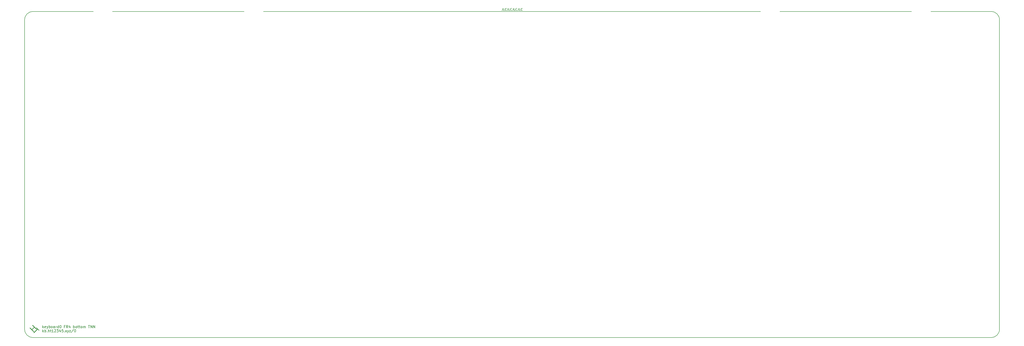
<source format=gto>
%TF.GenerationSoftware,KiCad,Pcbnew,(6.0.0)*%
%TF.CreationDate,2022-03-05T22:59:03-05:00*%
%TF.ProjectId,custom_keyboard plate v3 bottom,63757374-6f6d-45f6-9b65-79626f617264,rev?*%
%TF.SameCoordinates,Original*%
%TF.FileFunction,Legend,Top*%
%TF.FilePolarity,Positive*%
%FSLAX46Y46*%
G04 Gerber Fmt 4.6, Leading zero omitted, Abs format (unit mm)*
G04 Created by KiCad (PCBNEW (6.0.0)) date 2022-03-05 22:59:03*
%MOMM*%
%LPD*%
G01*
G04 APERTURE LIST*
%ADD10C,0.200000*%
%ADD11C,0.150000*%
%ADD12C,3.200000*%
%ADD13C,2.500000*%
%ADD14C,2.200000*%
G04 APERTURE END LIST*
D10*
X397643700Y-207155700D02*
G75*
G03*
X400818500Y-203980900I1J3174799D01*
G01*
X374124200Y-80163700D02*
X397643700Y-80163700D01*
D11*
X114374200Y-80163700D02*
X307874200Y-80163700D01*
D10*
X397643700Y-207155700D02*
X24604700Y-207155699D01*
D11*
X315374200Y-80163700D02*
X366624200Y-80163700D01*
X55624200Y-80163700D02*
X106874200Y-80163700D01*
D10*
X400818500Y-83338500D02*
G75*
G03*
X397643700Y-80163700I-3174799J1D01*
G01*
X24604701Y-80163700D02*
G75*
G03*
X21429901Y-83338500I-1J-3174799D01*
G01*
X400818500Y-203980900D02*
X400818500Y-83338500D01*
X24604701Y-80163700D02*
X48124200Y-80163700D01*
X21429901Y-83338500D02*
X21429901Y-203980900D01*
X21429900Y-203980899D02*
G75*
G03*
X24604700Y-207155699I3174799J-1D01*
G01*
D11*
X28459795Y-205020680D02*
X28459795Y-204020680D01*
X28555033Y-204639728D02*
X28840747Y-205020680D01*
X28840747Y-204354014D02*
X28459795Y-204734966D01*
X29269319Y-205020680D02*
X29269319Y-204020680D01*
X29269319Y-204401633D02*
X29364557Y-204354014D01*
X29555033Y-204354014D01*
X29650271Y-204401633D01*
X29697890Y-204449252D01*
X29745509Y-204544490D01*
X29745509Y-204830204D01*
X29697890Y-204925442D01*
X29650271Y-204973061D01*
X29555033Y-205020680D01*
X29364557Y-205020680D01*
X29269319Y-204973061D01*
X30174080Y-204925442D02*
X30221700Y-204973061D01*
X30174080Y-205020680D01*
X30126461Y-204973061D01*
X30174080Y-204925442D01*
X30174080Y-205020680D01*
X30650271Y-205020680D02*
X30650271Y-204020680D01*
X31078842Y-205020680D02*
X31078842Y-204496871D01*
X31031223Y-204401633D01*
X30935985Y-204354014D01*
X30793128Y-204354014D01*
X30697890Y-204401633D01*
X30650271Y-204449252D01*
X31412176Y-204354014D02*
X31793128Y-204354014D01*
X31555033Y-204020680D02*
X31555033Y-204877823D01*
X31602652Y-204973061D01*
X31697890Y-205020680D01*
X31793128Y-205020680D01*
X32650271Y-205020680D02*
X32078842Y-205020680D01*
X32364557Y-205020680D02*
X32364557Y-204020680D01*
X32269319Y-204163538D01*
X32174080Y-204258776D01*
X32078842Y-204306395D01*
X33031223Y-204115919D02*
X33078842Y-204068300D01*
X33174080Y-204020680D01*
X33412176Y-204020680D01*
X33507414Y-204068300D01*
X33555033Y-204115919D01*
X33602652Y-204211157D01*
X33602652Y-204306395D01*
X33555033Y-204449252D01*
X32983604Y-205020680D01*
X33602652Y-205020680D01*
X33935985Y-204020680D02*
X34555033Y-204020680D01*
X34221700Y-204401633D01*
X34364557Y-204401633D01*
X34459795Y-204449252D01*
X34507414Y-204496871D01*
X34555033Y-204592109D01*
X34555033Y-204830204D01*
X34507414Y-204925442D01*
X34459795Y-204973061D01*
X34364557Y-205020680D01*
X34078842Y-205020680D01*
X33983604Y-204973061D01*
X33935985Y-204925442D01*
X35412176Y-204354014D02*
X35412176Y-205020680D01*
X35174080Y-203973061D02*
X34935985Y-204687347D01*
X35555033Y-204687347D01*
X36412176Y-204020680D02*
X35935985Y-204020680D01*
X35888366Y-204496871D01*
X35935985Y-204449252D01*
X36031223Y-204401633D01*
X36269319Y-204401633D01*
X36364557Y-204449252D01*
X36412176Y-204496871D01*
X36459795Y-204592109D01*
X36459795Y-204830204D01*
X36412176Y-204925442D01*
X36364557Y-204973061D01*
X36269319Y-205020680D01*
X36031223Y-205020680D01*
X35935985Y-204973061D01*
X35888366Y-204925442D01*
X36888366Y-204925442D02*
X36935985Y-204973061D01*
X36888366Y-205020680D01*
X36840747Y-204973061D01*
X36888366Y-204925442D01*
X36888366Y-205020680D01*
X37269319Y-205020680D02*
X37793128Y-204354014D01*
X37269319Y-204354014D02*
X37793128Y-205020680D01*
X38078842Y-204354014D02*
X38316938Y-205020680D01*
X38555033Y-204354014D02*
X38316938Y-205020680D01*
X38221700Y-205258776D01*
X38174080Y-205306395D01*
X38078842Y-205354014D01*
X38840747Y-204354014D02*
X39364557Y-204354014D01*
X38840747Y-205020680D01*
X39364557Y-205020680D01*
X40459795Y-203973061D02*
X39602652Y-205258776D01*
X40983604Y-204020680D02*
X41078842Y-204020680D01*
X41174080Y-204068300D01*
X41221700Y-204115919D01*
X41269319Y-204211157D01*
X41316938Y-204401633D01*
X41316938Y-204639728D01*
X41269319Y-204830204D01*
X41221700Y-204925442D01*
X41174080Y-204973061D01*
X41078842Y-205020680D01*
X40983604Y-205020680D01*
X40888366Y-204973061D01*
X40840747Y-204925442D01*
X40793128Y-204830204D01*
X40745509Y-204639728D01*
X40745509Y-204401633D01*
X40793128Y-204211157D01*
X40840747Y-204115919D01*
X40888366Y-204068300D01*
X40983604Y-204020680D01*
X207428961Y-78931904D02*
X207428961Y-79503333D01*
X207390866Y-79617619D01*
X207314676Y-79693809D01*
X207200390Y-79731904D01*
X207124200Y-79731904D01*
X208190866Y-79731904D02*
X207809914Y-79731904D01*
X207809914Y-78931904D01*
X208914676Y-79655714D02*
X208876580Y-79693809D01*
X208762295Y-79731904D01*
X208686104Y-79731904D01*
X208571819Y-79693809D01*
X208495628Y-79617619D01*
X208457533Y-79541428D01*
X208419438Y-79389047D01*
X208419438Y-79274761D01*
X208457533Y-79122380D01*
X208495628Y-79046190D01*
X208571819Y-78970000D01*
X208686104Y-78931904D01*
X208762295Y-78931904D01*
X208876580Y-78970000D01*
X208914676Y-79008095D01*
X209486104Y-78931904D02*
X209486104Y-79503333D01*
X209448009Y-79617619D01*
X209371819Y-79693809D01*
X209257533Y-79731904D01*
X209181342Y-79731904D01*
X210248009Y-79731904D02*
X209867057Y-79731904D01*
X209867057Y-78931904D01*
X210971819Y-79655714D02*
X210933723Y-79693809D01*
X210819438Y-79731904D01*
X210743247Y-79731904D01*
X210628961Y-79693809D01*
X210552771Y-79617619D01*
X210514676Y-79541428D01*
X210476580Y-79389047D01*
X210476580Y-79274761D01*
X210514676Y-79122380D01*
X210552771Y-79046190D01*
X210628961Y-78970000D01*
X210743247Y-78931904D01*
X210819438Y-78931904D01*
X210933723Y-78970000D01*
X210971819Y-79008095D01*
X211543247Y-78931904D02*
X211543247Y-79503333D01*
X211505152Y-79617619D01*
X211428961Y-79693809D01*
X211314676Y-79731904D01*
X211238485Y-79731904D01*
X212305152Y-79731904D02*
X211924200Y-79731904D01*
X211924200Y-78931904D01*
X213028961Y-79655714D02*
X212990866Y-79693809D01*
X212876580Y-79731904D01*
X212800390Y-79731904D01*
X212686104Y-79693809D01*
X212609914Y-79617619D01*
X212571819Y-79541428D01*
X212533723Y-79389047D01*
X212533723Y-79274761D01*
X212571819Y-79122380D01*
X212609914Y-79046190D01*
X212686104Y-78970000D01*
X212800390Y-78931904D01*
X212876580Y-78931904D01*
X212990866Y-78970000D01*
X213028961Y-79008095D01*
X213600390Y-78931904D02*
X213600390Y-79503333D01*
X213562295Y-79617619D01*
X213486104Y-79693809D01*
X213371819Y-79731904D01*
X213295628Y-79731904D01*
X214362295Y-79731904D02*
X213981342Y-79731904D01*
X213981342Y-78931904D01*
X215086104Y-79655714D02*
X215048009Y-79693809D01*
X214933723Y-79731904D01*
X214857533Y-79731904D01*
X214743247Y-79693809D01*
X214667057Y-79617619D01*
X214628961Y-79541428D01*
X214590866Y-79389047D01*
X214590866Y-79274761D01*
X214628961Y-79122380D01*
X214667057Y-79046190D01*
X214743247Y-78970000D01*
X214857533Y-78931904D01*
X214933723Y-78931904D01*
X215048009Y-78970000D01*
X215086104Y-79008095D01*
X28459795Y-203433280D02*
X28459795Y-202433280D01*
X28555033Y-203052328D02*
X28840747Y-203433280D01*
X28840747Y-202766614D02*
X28459795Y-203147566D01*
X29650271Y-203385661D02*
X29555033Y-203433280D01*
X29364557Y-203433280D01*
X29269319Y-203385661D01*
X29221700Y-203290423D01*
X29221700Y-202909471D01*
X29269319Y-202814233D01*
X29364557Y-202766614D01*
X29555033Y-202766614D01*
X29650271Y-202814233D01*
X29697890Y-202909471D01*
X29697890Y-203004709D01*
X29221700Y-203099947D01*
X30031223Y-202766614D02*
X30269319Y-203433280D01*
X30507414Y-202766614D02*
X30269319Y-203433280D01*
X30174080Y-203671376D01*
X30126461Y-203718995D01*
X30031223Y-203766614D01*
X30888366Y-203433280D02*
X30888366Y-202433280D01*
X30888366Y-202814233D02*
X30983604Y-202766614D01*
X31174080Y-202766614D01*
X31269319Y-202814233D01*
X31316938Y-202861852D01*
X31364557Y-202957090D01*
X31364557Y-203242804D01*
X31316938Y-203338042D01*
X31269319Y-203385661D01*
X31174080Y-203433280D01*
X30983604Y-203433280D01*
X30888366Y-203385661D01*
X31935985Y-203433280D02*
X31840747Y-203385661D01*
X31793128Y-203338042D01*
X31745509Y-203242804D01*
X31745509Y-202957090D01*
X31793128Y-202861852D01*
X31840747Y-202814233D01*
X31935985Y-202766614D01*
X32078842Y-202766614D01*
X32174080Y-202814233D01*
X32221700Y-202861852D01*
X32269319Y-202957090D01*
X32269319Y-203242804D01*
X32221700Y-203338042D01*
X32174080Y-203385661D01*
X32078842Y-203433280D01*
X31935985Y-203433280D01*
X33126461Y-203433280D02*
X33126461Y-202909471D01*
X33078842Y-202814233D01*
X32983604Y-202766614D01*
X32793128Y-202766614D01*
X32697890Y-202814233D01*
X33126461Y-203385661D02*
X33031223Y-203433280D01*
X32793128Y-203433280D01*
X32697890Y-203385661D01*
X32650271Y-203290423D01*
X32650271Y-203195185D01*
X32697890Y-203099947D01*
X32793128Y-203052328D01*
X33031223Y-203052328D01*
X33126461Y-203004709D01*
X33602652Y-203433280D02*
X33602652Y-202766614D01*
X33602652Y-202957090D02*
X33650271Y-202861852D01*
X33697890Y-202814233D01*
X33793128Y-202766614D01*
X33888366Y-202766614D01*
X34650271Y-203433280D02*
X34650271Y-202433280D01*
X34650271Y-203385661D02*
X34555033Y-203433280D01*
X34364557Y-203433280D01*
X34269319Y-203385661D01*
X34221700Y-203338042D01*
X34174080Y-203242804D01*
X34174080Y-202957090D01*
X34221700Y-202861852D01*
X34269319Y-202814233D01*
X34364557Y-202766614D01*
X34555033Y-202766614D01*
X34650271Y-202814233D01*
X35316938Y-202433280D02*
X35412176Y-202433280D01*
X35507414Y-202480900D01*
X35555033Y-202528519D01*
X35602652Y-202623757D01*
X35650271Y-202814233D01*
X35650271Y-203052328D01*
X35602652Y-203242804D01*
X35555033Y-203338042D01*
X35507414Y-203385661D01*
X35412176Y-203433280D01*
X35316938Y-203433280D01*
X35221700Y-203385661D01*
X35174080Y-203338042D01*
X35126461Y-203242804D01*
X35078842Y-203052328D01*
X35078842Y-202814233D01*
X35126461Y-202623757D01*
X35174080Y-202528519D01*
X35221700Y-202480900D01*
X35316938Y-202433280D01*
X37174080Y-202909471D02*
X36840747Y-202909471D01*
X36840747Y-203433280D02*
X36840747Y-202433280D01*
X37316938Y-202433280D01*
X38269319Y-203433280D02*
X37935985Y-202957090D01*
X37697890Y-203433280D02*
X37697890Y-202433280D01*
X38078842Y-202433280D01*
X38174080Y-202480900D01*
X38221700Y-202528519D01*
X38269319Y-202623757D01*
X38269319Y-202766614D01*
X38221700Y-202861852D01*
X38174080Y-202909471D01*
X38078842Y-202957090D01*
X37697890Y-202957090D01*
X39126461Y-202766614D02*
X39126461Y-203433280D01*
X38888366Y-202385661D02*
X38650271Y-203099947D01*
X39269319Y-203099947D01*
X40412176Y-203433280D02*
X40412176Y-202433280D01*
X40412176Y-202814233D02*
X40507414Y-202766614D01*
X40697890Y-202766614D01*
X40793128Y-202814233D01*
X40840747Y-202861852D01*
X40888366Y-202957090D01*
X40888366Y-203242804D01*
X40840747Y-203338042D01*
X40793128Y-203385661D01*
X40697890Y-203433280D01*
X40507414Y-203433280D01*
X40412176Y-203385661D01*
X41459795Y-203433280D02*
X41364557Y-203385661D01*
X41316938Y-203338042D01*
X41269319Y-203242804D01*
X41269319Y-202957090D01*
X41316938Y-202861852D01*
X41364557Y-202814233D01*
X41459795Y-202766614D01*
X41602652Y-202766614D01*
X41697890Y-202814233D01*
X41745509Y-202861852D01*
X41793128Y-202957090D01*
X41793128Y-203242804D01*
X41745509Y-203338042D01*
X41697890Y-203385661D01*
X41602652Y-203433280D01*
X41459795Y-203433280D01*
X42078842Y-202766614D02*
X42459795Y-202766614D01*
X42221700Y-202433280D02*
X42221700Y-203290423D01*
X42269319Y-203385661D01*
X42364557Y-203433280D01*
X42459795Y-203433280D01*
X42650271Y-202766614D02*
X43031223Y-202766614D01*
X42793128Y-202433280D02*
X42793128Y-203290423D01*
X42840747Y-203385661D01*
X42935985Y-203433280D01*
X43031223Y-203433280D01*
X43507414Y-203433280D02*
X43412176Y-203385661D01*
X43364557Y-203338042D01*
X43316938Y-203242804D01*
X43316938Y-202957090D01*
X43364557Y-202861852D01*
X43412176Y-202814233D01*
X43507414Y-202766614D01*
X43650271Y-202766614D01*
X43745509Y-202814233D01*
X43793128Y-202861852D01*
X43840747Y-202957090D01*
X43840747Y-203242804D01*
X43793128Y-203338042D01*
X43745509Y-203385661D01*
X43650271Y-203433280D01*
X43507414Y-203433280D01*
X44269319Y-203433280D02*
X44269319Y-202766614D01*
X44269319Y-202861852D02*
X44316938Y-202814233D01*
X44412176Y-202766614D01*
X44555033Y-202766614D01*
X44650271Y-202814233D01*
X44697890Y-202909471D01*
X44697890Y-203433280D01*
X44697890Y-202909471D02*
X44745509Y-202814233D01*
X44840747Y-202766614D01*
X44983604Y-202766614D01*
X45078842Y-202814233D01*
X45126461Y-202909471D01*
X45126461Y-203433280D01*
X46221700Y-202433280D02*
X46793128Y-202433280D01*
X46507414Y-203433280D02*
X46507414Y-202433280D01*
X47126461Y-203433280D02*
X47126461Y-202433280D01*
X47697890Y-203433280D01*
X47697890Y-202433280D01*
X48174080Y-203433280D02*
X48174080Y-202433280D01*
X48745509Y-203433280D01*
X48745509Y-202433280D01*
%TO.C,logo_small*%
G36*
X26183606Y-203818400D02*
G01*
X25973263Y-204023452D01*
X25243013Y-203290556D01*
X24438679Y-204092244D01*
X25171575Y-204825140D01*
X24967846Y-205034160D01*
X23380346Y-203446660D01*
X23586721Y-203244254D01*
X24269346Y-203928202D01*
X25072356Y-203123869D01*
X24388408Y-202438598D01*
X24596106Y-202230900D01*
X26183606Y-203818400D01*
G37*
G36*
X27124200Y-204303910D02*
G01*
X26958835Y-204467952D01*
X26514335Y-204022129D01*
X25100138Y-205444265D01*
X24895085Y-205237890D01*
X26314575Y-203817077D01*
X25867429Y-203369931D01*
X26026179Y-203204567D01*
X27124200Y-204303910D01*
G37*
%TD*%
%LPC*%
D12*
%TO.C,M3*%
X196624200Y-76195200D03*
%TD*%
%TO.C,M3*%
X17461400Y-211124200D03*
%TD*%
D13*
%TO.C,M2.5*%
X271124200Y-95413700D03*
%TD*%
D12*
%TO.C,M3*%
X157624200Y-76195200D03*
%TD*%
D13*
%TO.C,M2.5*%
X94124200Y-83413700D03*
%TD*%
D12*
%TO.C,M3*%
X301606000Y-76195200D03*
%TD*%
D13*
%TO.C,M2.5*%
X151124200Y-83413700D03*
%TD*%
D12*
%TO.C,M3*%
X404787000Y-76195200D03*
%TD*%
D13*
%TO.C,M2.5*%
X197124200Y-83413700D03*
%TD*%
D12*
%TO.C,M3*%
X358124200Y-76195200D03*
%TD*%
D13*
%TO.C,M2.5*%
X94124200Y-95413700D03*
%TD*%
%TO.C,M2.5*%
X397568500Y-104132200D03*
%TD*%
D14*
%TO.C,M2*%
X218124200Y-82413700D03*
%TD*%
D13*
%TO.C,M2.5*%
X225124200Y-83413700D03*
%TD*%
%TO.C,M2.5*%
X197124200Y-115413700D03*
%TD*%
%TO.C,M2.5*%
X352124200Y-83413700D03*
%TD*%
%TO.C,M2.5*%
X127124200Y-83413700D03*
%TD*%
D12*
%TO.C,M3*%
X120624200Y-211124200D03*
%TD*%
D13*
%TO.C,M2.5*%
X70124200Y-95413700D03*
%TD*%
D12*
%TO.C,M3*%
X17398400Y-134632200D03*
%TD*%
D13*
%TO.C,M2.5*%
X238124200Y-83413700D03*
%TD*%
%TO.C,M2.5*%
X36679901Y-104132200D03*
%TD*%
%TO.C,M2.5*%
X24679901Y-128132200D03*
%TD*%
D14*
%TO.C,M2*%
X204124200Y-82413700D03*
%TD*%
D13*
%TO.C,M2.5*%
X328124200Y-95413700D03*
%TD*%
D14*
%TO.C,M2*%
X218124200Y-94913700D03*
%TD*%
D13*
%TO.C,M2.5*%
X238124200Y-115413700D03*
%TD*%
D12*
%TO.C,M3*%
X404787000Y-211124200D03*
%TD*%
%TO.C,M3*%
X120642400Y-76195200D03*
%TD*%
D13*
%TO.C,M2.5*%
X70124200Y-83413700D03*
%TD*%
D12*
%TO.C,M3*%
X100624200Y-76195200D03*
%TD*%
%TO.C,M3*%
X264624200Y-76195200D03*
%TD*%
D13*
%TO.C,M2.5*%
X151124200Y-95413700D03*
%TD*%
D12*
%TO.C,M3*%
X404787000Y-134632200D03*
%TD*%
D13*
%TO.C,M2.5*%
X295124200Y-95413700D03*
%TD*%
%TO.C,M2.5*%
X328124200Y-83413700D03*
%TD*%
D12*
%TO.C,M3*%
X17461400Y-76195200D03*
%TD*%
D13*
%TO.C,M2.5*%
X24679901Y-104132200D03*
%TD*%
D12*
%TO.C,M3*%
X225624200Y-76195200D03*
%TD*%
D13*
%TO.C,M2.5*%
X36679901Y-128132200D03*
%TD*%
%TO.C,M2.5*%
X271124200Y-83413700D03*
%TD*%
%TO.C,M2.5*%
X184124200Y-115413700D03*
%TD*%
D12*
%TO.C,M3*%
X64124200Y-76195200D03*
%TD*%
%TO.C,M3*%
X404787000Y-97625100D03*
%TD*%
D13*
%TO.C,M2.5*%
X385568500Y-104132200D03*
%TD*%
%TO.C,M2.5*%
X385568500Y-128132200D03*
%TD*%
D12*
%TO.C,M3*%
X17429900Y-97632200D03*
%TD*%
%TO.C,M3*%
X301624200Y-211124200D03*
%TD*%
D13*
%TO.C,M2.5*%
X295124200Y-83413700D03*
%TD*%
%TO.C,M2.5*%
X184124200Y-83413700D03*
%TD*%
%TO.C,M2.5*%
X225124200Y-115413700D03*
%TD*%
D12*
%TO.C,M3*%
X321624200Y-76195200D03*
%TD*%
D13*
%TO.C,M2.5*%
X127124200Y-95413700D03*
%TD*%
D14*
%TO.C,M2*%
X204124200Y-94913700D03*
%TD*%
D13*
%TO.C,M2.5*%
X397568500Y-128132200D03*
%TD*%
%TO.C,M2.5*%
X352124200Y-95413700D03*
%TD*%
M02*

</source>
